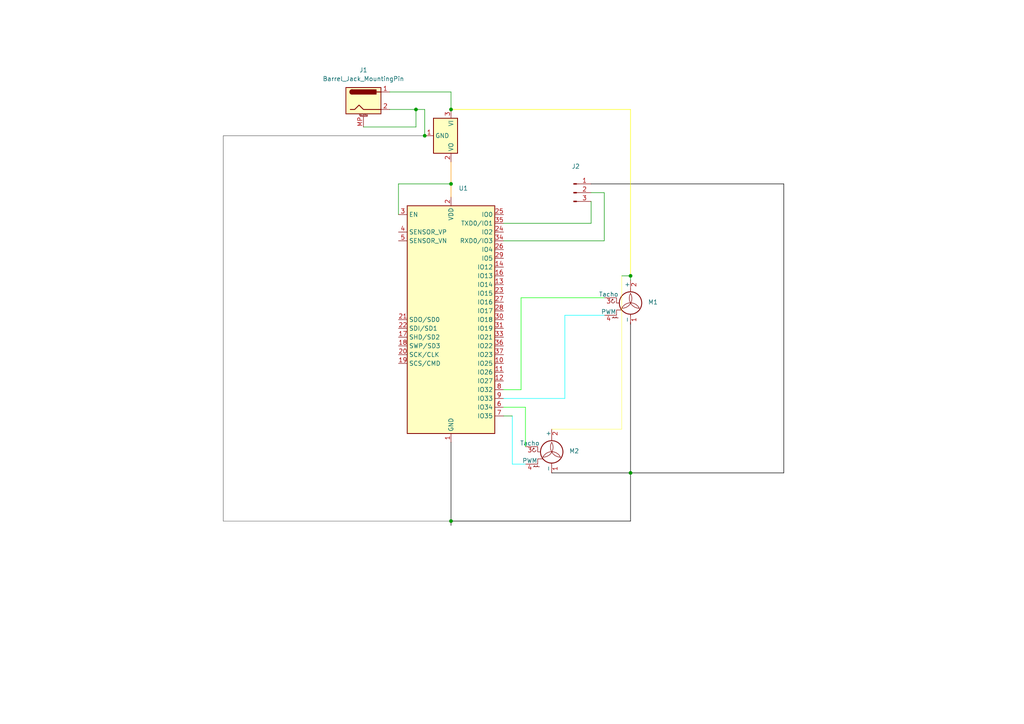
<source format=kicad_sch>
(kicad_sch (version 20231120) (generator "eeschema") (generator_version "8.0")
  (paper "A4")
  (lib_symbols
    (symbol "Connector:Barrel_Jack_MountingPin" (pin_names hide)
      (property "Reference" "J" (at 0 5.334 0))
      (property "Value" "Barrel_Jack_MountingPin" (at 1.27 -6.35 0))
      (symbol "Barrel_Jack_MountingPin_0_1"
        (rectangle (start -5.08 3.81) (end 5.08 -3.81) (stroke (width 0.254)) (fill (type background)))
        (arc (start -3.302 3.175) (mid -3.9343 2.54) (end -3.302 1.905) (stroke (width 0.254)))
        (arc (start -3.302 3.175) (mid -3.9343 2.54) (end -3.302 1.905) (stroke (width 0.254)) (fill (type outline)))
        (polyline (pts (xy 5.08 2.54) (xy 3.81 2.54)) (stroke (width 0.254)))
        (polyline (pts (xy -3.81 -2.54) (xy -2.54 -2.54) (xy -1.27 -1.27) (xy 0 -2.54) (xy 2.54 -2.54) (xy 5.08 -2.54)) (stroke (width 0.254)))
        (rectangle (start 3.683 3.175) (end -3.302 1.905) (stroke (width 0.254)) (fill (type outline)))
      )
      (symbol "Barrel_Jack_MountingPin_1_1"
        (polyline (pts (xy -1.016 -4.572) (xy 1.016 -4.572)) (stroke (width 0.1524)))
        (text "Mounting" (at 0 -4.191 0) (effects (font (size 0.381 0.381))))
        (pin passive line (at 7.62 2.54 180) (length 2.54) (name "~") (number "1"))
        (pin passive line (at 7.62 -2.54 180) (length 2.54) (name "~") (number "2"))
        (pin passive line (at 0 -7.62 90) (length 3.048) (name "MountPin") (number "MP"))
      )
    )
    (symbol "Connector:Conn_01x03_Pin" (pin_names (offset 1.016) hide)
      (property "Reference" "J" (at 0 5.08 0))
      (property "Value" "Conn_01x03_Pin" (at 0 -5.08 0))
      (symbol "Conn_01x03_Pin_1_1"
        (polyline (pts (xy 1.27 -2.54) (xy 0.8636 -2.54)) (stroke (width 0.1524)))
        (polyline (pts (xy 1.27 0) (xy 0.8636 0)) (stroke (width 0.1524)))
        (polyline (pts (xy 1.27 2.54) (xy 0.8636 2.54)) (stroke (width 0.1524)))
        (rectangle (start 0.8636 -2.413) (end 0 -2.667) (stroke (width 0.1524)) (fill (type outline)))
        (rectangle (start 0.8636 0.127) (end 0 -0.127) (stroke (width 0.1524)) (fill (type outline)))
        (rectangle (start 0.8636 2.667) (end 0 2.413) (stroke (width 0.1524)) (fill (type outline)))
        (pin passive line (at 5.08 2.54 180) (length 3.81) (name "Pin_1") (number "1"))
        (pin passive line (at 5.08 0 180) (length 3.81) (name "Pin_2") (number "2"))
        (pin passive line (at 5.08 -2.54 180) (length 3.81) (name "Pin_3") (number "3"))
      )
    )
    (symbol "Motor:Fan_4pin" (pin_names (offset 0))
      (property "Reference" "M" (at 2.54 5.08 0))
      (property "Value" "Fan_4pin" (at 2.54 -2.54 0))
      (symbol "Fan_4pin_0_0"
        (arc (start -5.588 1.524) (mid -5.08 1.0182) (end -4.572 1.524))
        (arc (start -5.08 2.032) (mid -5.4392 1.8832) (end -5.588 1.524))
        (polyline (pts (xy -5.08 2.032) (xy -5.334 2.159)))
        (polyline (pts (xy -5.08 2.032) (xy -5.207 1.778)))
        (polyline (pts (xy -4.064 2.54) (xy -4.064 1.016) (xy -3.302 1.016)))
      )
      (symbol "Fan_4pin_0_1"
        (arc (start -2.54 -0.508) (mid 0.0028 0.9121) (end 0 3.81))
        (polyline (pts (xy -4.064 2.54) (xy -5.08 2.54)))
        (polyline (pts (xy 0 -5.08) (xy 0 -4.572)))
        (polyline (pts (xy 0 -2.2352) (xy 0 -2.6416)))
        (polyline (pts (xy 0 4.2672) (xy 0 4.6228)))
        (polyline (pts (xy 0 4.572) (xy 0 5.08)))
        (polyline (pts (xy -2.54 -1.016) (xy -4.064 -1.016) (xy -4.064 -2.54) (xy -5.08 -2.54)))
        (polyline (pts (xy -5.334 -3.302) (xy -5.08 -3.302) (xy -5.08 -3.048) (xy -4.826 -3.048) (xy -4.826 -3.302) (xy -4.318 -3.302) (xy -4.318 -3.048) (xy -4.064 -3.048) (xy -4.064 -3.302) (xy -3.556 -3.302)))
        (circle (center 0 1.016) (radius 3.2512) (stroke (width 0.254)))
        (arc (start 0 3.81) (mid 0.053 0.921) (end 2.54 -0.508))
        (arc (start 2.54 -0.508) (mid 0 1.0618) (end -2.54 -0.508))
      )
      (symbol "Fan_4pin_1_1"
        (pin passive line (at 0 -5.08 90) (length 2.54) (name "-") (number "1"))
        (pin passive line (at 0 7.62 270) (length 2.54) (name "+") (number "2"))
        (pin passive line (at -7.62 2.54 0) (length 2.54) (name "Tacho") (number "3"))
        (pin input line (at -7.62 -2.54 0) (length 2.54) (name "PWM") (number "4"))
      )
    )
    (symbol "RF_Module:ESP32-WROOM-32U"
      (property "Reference" "U" (at -12.7 34.29 0))
      (property "Value" "ESP32-WROOM-32U" (at 1.27 34.29 0))
      (symbol "ESP32-WROOM-32U_0_1"
        (rectangle (start -12.7 33.02) (end 12.7 -33.02) (stroke (width 0.254)) (fill (type background)))
      )
      (symbol "ESP32-WROOM-32U_1_1"
        (pin power_in line (at 0 -35.56 90) (length 2.54) (name "GND") (number "1"))
        (pin bidirectional line (at 15.24 -12.7 180) (length 2.54) (name "IO25") (number "10"))
        (pin bidirectional line (at 15.24 -15.24 180) (length 2.54) (name "IO26") (number "11"))
        (pin bidirectional line (at 15.24 -17.78 180) (length 2.54) (name "IO27") (number "12"))
        (pin bidirectional line (at 15.24 10.16 180) (length 2.54) (name "IO14") (number "13"))
        (pin bidirectional line (at 15.24 15.24 180) (length 2.54) (name "IO12") (number "14"))
        (pin passive line (at 0 -35.56 90) (length 2.54) hide (name "GND") (number "15"))
        (pin bidirectional line (at 15.24 12.7 180) (length 2.54) (name "IO13") (number "16"))
        (pin bidirectional line (at -15.24 -5.08 0) (length 2.54) (name "SHD/SD2") (number "17"))
        (pin bidirectional line (at -15.24 -7.62 0) (length 2.54) (name "SWP/SD3") (number "18"))
        (pin bidirectional line (at -15.24 -12.7 0) (length 2.54) (name "SCS/CMD") (number "19"))
        (pin power_in line (at 0 35.56 270) (length 2.54) (name "VDD") (number "2"))
        (pin bidirectional line (at -15.24 -10.16 0) (length 2.54) (name "SCK/CLK") (number "20"))
        (pin bidirectional line (at -15.24 0 0) (length 2.54) (name "SDO/SD0") (number "21"))
        (pin bidirectional line (at -15.24 -2.54 0) (length 2.54) (name "SDI/SD1") (number "22"))
        (pin bidirectional line (at 15.24 7.62 180) (length 2.54) (name "IO15") (number "23"))
        (pin bidirectional line (at 15.24 25.4 180) (length 2.54) (name "IO2") (number "24"))
        (pin bidirectional line (at 15.24 30.48 180) (length 2.54) (name "IO0") (number "25"))
        (pin bidirectional line (at 15.24 20.32 180) (length 2.54) (name "IO4") (number "26"))
        (pin bidirectional line (at 15.24 5.08 180) (length 2.54) (name "IO16") (number "27"))
        (pin bidirectional line (at 15.24 2.54 180) (length 2.54) (name "IO17") (number "28"))
        (pin bidirectional line (at 15.24 17.78 180) (length 2.54) (name "IO5") (number "29"))
        (pin input line (at -15.24 30.48 0) (length 2.54) (name "EN") (number "3"))
        (pin bidirectional line (at 15.24 0 180) (length 2.54) (name "IO18") (number "30"))
        (pin bidirectional line (at 15.24 -2.54 180) (length 2.54) (name "IO19") (number "31"))
        (pin no_connect line (at -12.7 -27.94 0) (length 2.54) hide (name "NC") (number "32"))
        (pin bidirectional line (at 15.24 -5.08 180) (length 2.54) (name "IO21") (number "33"))
        (pin bidirectional line (at 15.24 22.86 180) (length 2.54) (name "RXD0/IO3") (number "34"))
        (pin bidirectional line (at 15.24 27.94 180) (length 2.54) (name "TXD0/IO1") (number "35"))
        (pin bidirectional line (at 15.24 -7.62 180) (length 2.54) (name "IO22") (number "36"))
        (pin bidirectional line (at 15.24 -10.16 180) (length 2.54) (name "IO23") (number "37"))
        (pin passive line (at 0 -35.56 90) (length 2.54) hide (name "GND") (number "38"))
        (pin passive line (at 0 -35.56 90) (length 2.54) hide (name "GND") (number "39"))
        (pin input line (at -15.24 25.4 0) (length 2.54) (name "SENSOR_VP") (number "4"))
        (pin input line (at -15.24 22.86 0) (length 2.54) (name "SENSOR_VN") (number "5"))
        (pin input line (at 15.24 -25.4 180) (length 2.54) (name "IO34") (number "6"))
        (pin input line (at 15.24 -27.94 180) (length 2.54) (name "IO35") (number "7"))
        (pin bidirectional line (at 15.24 -20.32 180) (length 2.54) (name "IO32") (number "8"))
        (pin bidirectional line (at 15.24 -22.86 180) (length 2.54) (name "IO33") (number "9"))
      )
    )
    (symbol "Regulator_Linear:LM1117DT-3.3"
      (property "Reference" "U" (at -3.81 3.175 0))
      (property "Value" "LM1117DT-3.3" (at 0 3.175 0))
      (symbol "LM1117DT-3.3_0_1"
        (rectangle (start -5.08 -5.08) (end 5.08 1.905) (stroke (width 0.254)) (fill (type background)))
      )
      (symbol "LM1117DT-3.3_1_1"
        (pin power_in line (at 0 -7.62 90) (length 2.54) (name "GND") (number "1"))
        (pin power_out line (at 7.62 0 180) (length 2.54) (name "VO") (number "2"))
        (pin power_in line (at -7.62 0 0) (length 2.54) (name "VI") (number "3"))
      )
    )
  )
  (junction (at 120.65 31.75))
  (junction (at 182.88 80.01))
  (junction (at 182.88 137.16))
  (junction (at 130.81 31.75))
  (junction (at 123.19 39.37))
  (junction (at 130.81 151.13))
  (junction (at 130.81 53.34))
  (wire (pts (xy 120.65 31.75) (xy 123.19 31.75)))
  (wire (pts (xy 64.77 39.37) (xy 64.77 151.13)) (stroke (width 0.0254) (color 0 0 0 1)))
  (wire (pts (xy 123.19 39.37) (xy 64.77 39.37)) (stroke (width 0.0254) (color 0 0 0 1)))
  (wire (pts (xy 152.4 129.54) (xy 152.4 118.11)) (stroke (width 0) (color 0 255 0 1)))
  (wire (pts (xy 180.34 124.46) (xy 180.34 80.01)) (stroke (width 0.0254) (color 255 255 0 1)))
  (wire (pts (xy 120.65 36.83) (xy 120.65 31.75)))
  (wire (pts (xy 115.57 53.34) (xy 130.81 53.34)))
  (wire (pts (xy 151.13 113.03) (xy 146.05 113.03)) (stroke (width 0) (color 0 255 0 1)))
  (wire (pts (xy 175.26 91.44) (xy 163.83 91.44)) (stroke (width 0) (color 0 255 255 1)))
  (wire (pts (xy 64.77 151.13) (xy 130.81 151.13)) (stroke (width 0.0254) (color 0 0 0 1)))
  (wire (pts (xy 130.81 53.34) (xy 130.81 57.15)) (stroke (width 0) (color 255 153 0 1)))
  (wire (pts (xy 160.02 137.16) (xy 182.88 137.16)) (stroke (width 0) (color 0 0 0 1)))
  (wire (pts (xy 130.81 151.13) (xy 130.81 152.4)) (stroke (width 0) (color 0 0 0 1)))
  (wire (pts (xy 227.33 137.16) (xy 182.88 137.16)) (stroke (width 0) (color 0 0 0 1)))
  (wire (pts (xy 160.02 124.46) (xy 180.34 124.46)) (stroke (width 0.0254) (color 255 255 0 1)))
  (wire (pts (xy 175.26 86.36) (xy 151.13 86.36)) (stroke (width 0) (color 0 255 0 1)))
  (wire (pts (xy 123.19 31.75) (xy 123.19 39.37)))
  (wire (pts (xy 130.81 26.67) (xy 130.81 31.75)))
  (wire (pts (xy 146.05 115.57) (xy 163.83 115.57)) (stroke (width 0) (color 0 255 255 1)))
  (wire (pts (xy 182.88 31.75) (xy 130.81 31.75)) (stroke (width 0) (color 255 255 0 1)))
  (wire (pts (xy 113.03 26.67) (xy 130.81 26.67)))
  (wire (pts (xy 182.88 93.98) (xy 182.88 137.16)) (stroke (width 0) (color 0 0 0 1)))
  (wire (pts (xy 130.81 46.99) (xy 130.81 53.34)) (stroke (width 0) (color 255 153 0 1)))
  (wire (pts (xy 163.83 91.44) (xy 163.83 115.57)) (stroke (width 0) (color 0 255 255 1)))
  (wire (pts (xy 182.88 81.28) (xy 182.88 80.01)))
  (wire (pts (xy 113.03 31.75) (xy 120.65 31.75)))
  (wire (pts (xy 175.26 55.88) (xy 171.45 55.88)))
  (wire (pts (xy 182.88 137.16) (xy 182.88 151.13)) (stroke (width 0) (color 0 0 0 1)))
  (wire (pts (xy 171.45 53.34) (xy 227.33 53.34)) (stroke (width 0) (color 0 0 0 1)))
  (wire (pts (xy 146.05 69.85) (xy 175.26 69.85)))
  (wire (pts (xy 171.45 64.77) (xy 171.45 58.42)))
  (wire (pts (xy 115.57 62.23) (xy 115.57 53.34)))
  (wire (pts (xy 151.13 86.36) (xy 151.13 113.03)) (stroke (width 0) (color 0 255 0 1)))
  (wire (pts (xy 130.81 128.27) (xy 130.81 151.13)) (stroke (width 0) (color 0 0 0 1)))
  (wire (pts (xy 182.88 80.01) (xy 182.88 31.75)) (stroke (width 0) (color 255 255 0 1)))
  (wire (pts (xy 180.34 80.01) (xy 182.88 80.01)))
  (wire (pts (xy 152.4 118.11) (xy 146.05 118.11)) (stroke (width 0) (color 0 255 0 1)))
  (wire (pts (xy 175.26 69.85) (xy 175.26 55.88)))
  (wire (pts (xy 152.4 134.62) (xy 148.59 134.62)) (stroke (width 0) (color 0 255 255 1)))
  (wire (pts (xy 105.41 36.83) (xy 120.65 36.83)))
  (wire (pts (xy 227.33 53.34) (xy 227.33 137.16)) (stroke (width 0) (color 0 0 0 1)))
  (wire (pts (xy 148.59 134.62) (xy 148.59 120.65)) (stroke (width 0) (color 0 255 255 1)))
  (wire (pts (xy 182.88 151.13) (xy 130.81 151.13)) (stroke (width 0) (color 0 0 0 1)))
  (wire (pts (xy 148.59 120.65) (xy 146.05 120.65)))
  (wire (pts (xy 146.05 64.77) (xy 171.45 64.77)))
  (symbol (lib_id "Motor:Fan_4pin") (at 182.88 88.9 0) (unit 1)
    (property "Reference" "M1" (at 187.96 87.6299 0) (effects (justify left)))
    (property "Value" "Fan_4pin" (effects (hide yes)))
    (property "Footprint" "Connector:FanPinHeader_1x04_P2.54mm_Vertical" (effects (hide yes)))
    (property "Datasheet" "http://www.formfactors.org/developer%5Cspecs%5Crev1_2_public.pdf" (effects (hide yes)))
    (property "Description" "Fan, tacho output, PWM input, 4-pin connector" (effects (hide yes)))
  )
  (symbol (lib_id "Connector:Barrel_Jack_MountingPin") (at 105.41 29.21 0) (unit 1)
    (property "Reference" "J1" (at 105.41 20.32 0))
    (property "Value" "Barrel_Jack_MountingPin" (at 105.41 22.86 0))
    (property "Footprint" "Connector_BarrelJack:BarrelJack_Horizontal" (effects (hide yes)))
    (property "Description" "DC Barrel Jack with a mounting pin" (effects (hide yes)))
  )
  (symbol (lib_id "Motor:Fan_4pin") (at 160.02 132.08 0) (unit 1)
    (property "Reference" "M2" (at 165.1 130.8099 0) (effects (justify left)))
    (property "Value" "Fan_4pin" (effects (hide yes)))
    (property "Footprint" "Connector:FanPinHeader_1x04_P2.54mm_Vertical" (effects (hide yes)))
    (property "Datasheet" "http://www.formfactors.org/developer%5Cspecs%5Crev1_2_public.pdf" (effects (hide yes)))
    (property "Description" "Fan, tacho output, PWM input, 4-pin connector" (effects (hide yes)))
  )
  (symbol (lib_id "Connector:Conn_01x03_Pin") (at 166.37 55.88 0) (unit 1)
    (property "Reference" "J2" (at 167.005 48.26 0))
    (property "Value" "Conn_01x03_Pin" (effects (hide yes)))
    (property "Footprint" "Connector_JST:JST_PH_B3B-PH-K_1x03_P2.00mm_Vertical" (effects (hide yes)))
    (property "Description" "Generic connector, single row, 01x03, script generated" (effects (hide yes)))
  )
  (symbol (lib_id "RF_Module:ESP32-WROOM-32U") (at 130.81 92.71 0) (unit 1)
    (property "Reference" "U1" (at 133.0041 54.61 0) (effects (justify left)))
    (property "Value" "ESP32-WROOM-32U" (effects (hide yes)))
    (property "Footprint" "RF_Module:ESP32-WROOM-32U" (effects (hide yes)))
    (property "Datasheet" "https://www.espressif.com/sites/default/files/documentation/esp32-wroom-32d_esp32-wroom-32u_datasheet_en.pdf" (effects (hide yes)))
    (property "Description" "RF Module, ESP32-D0WD SoC, Wi-Fi 802.11b/g/n, Bluetooth, BLE, 32-bit, 2.7-3.6V, external antenna, SMD" (effects (hide yes)))
  )
  (symbol (lib_id "Regulator_Linear:LM1117DT-3.3") (at 130.81 39.37 270) (unit 1)
    (property "Reference" "U2" (effects (hide yes)))
    (property "Value" "LM1117DT-3.3" (effects (hide yes)))
    (property "Footprint" "Package_TO_SOT_SMD:TO-252-3_TabPin2" (effects (hide yes)))
    (property "Datasheet" "http://www.ti.com/lit/ds/symlink/lm1117.pdf" (effects (hide yes)))
    (property "Description" "800mA Low-Dropout Linear Regulator, 3.3V fixed output, TO-252" (effects (hide yes)))
  )
)
</source>
